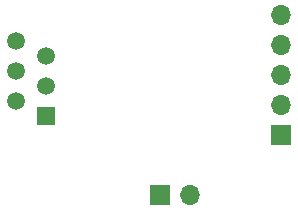
<source format=gbr>
G04 #@! TF.GenerationSoftware,KiCad,Pcbnew,(5.0.1)-3*
G04 #@! TF.CreationDate,2019-09-06T22:13:27-04:00*
G04 #@! TF.ProjectId,jebaoDosingAdapter,6A6562616F446F73696E674164617074,rev?*
G04 #@! TF.SameCoordinates,PX471b200PY51b5f80*
G04 #@! TF.FileFunction,Copper,L2,Bot,Signal*
G04 #@! TF.FilePolarity,Positive*
%FSLAX46Y46*%
G04 Gerber Fmt 4.6, Leading zero omitted, Abs format (unit mm)*
G04 Created by KiCad (PCBNEW (5.0.1)-3) date 9/6/2019 10:13:27 PM*
%MOMM*%
%LPD*%
G01*
G04 APERTURE LIST*
G04 #@! TA.AperFunction,ComponentPad*
%ADD10R,1.700000X1.700000*%
G04 #@! TD*
G04 #@! TA.AperFunction,ComponentPad*
%ADD11O,1.700000X1.700000*%
G04 #@! TD*
G04 #@! TA.AperFunction,ComponentPad*
%ADD12C,1.520000*%
G04 #@! TD*
G04 #@! TA.AperFunction,ComponentPad*
%ADD13R,1.520000X1.520000*%
G04 #@! TD*
G04 APERTURE END LIST*
D10*
G04 #@! TO.P,J1,1*
G04 #@! TO.N,Net-(J1-Pad1)*
X32190000Y8660000D03*
D11*
G04 #@! TO.P,J1,2*
G04 #@! TO.N,Net-(J1-Pad2)*
X32190000Y11200000D03*
G04 #@! TO.P,J1,3*
G04 #@! TO.N,Net-(J1-Pad3)*
X32190000Y13740000D03*
G04 #@! TO.P,J1,4*
G04 #@! TO.N,Net-(J1-Pad4)*
X32190000Y16280000D03*
G04 #@! TO.P,J1,5*
G04 #@! TO.N,GND*
X32190000Y18820000D03*
G04 #@! TD*
D10*
G04 #@! TO.P,J2,1*
G04 #@! TO.N,+12V*
X21930000Y3590000D03*
D11*
G04 #@! TO.P,J2,2*
G04 #@! TO.N,GND*
X24470000Y3590000D03*
G04 #@! TD*
D12*
G04 #@! TO.P,J3,6*
G04 #@! TO.N,+12V*
X9770000Y16610000D03*
G04 #@! TO.P,J3,5*
G04 #@! TO.N,Net-(J3-Pad5)*
X12310000Y15340000D03*
G04 #@! TO.P,J3,4*
G04 #@! TO.N,Net-(J3-Pad4)*
X9770000Y14070000D03*
G04 #@! TO.P,J3,3*
G04 #@! TO.N,Net-(J3-Pad3)*
X12310000Y12800000D03*
G04 #@! TO.P,J3,2*
G04 #@! TO.N,Net-(J3-Pad2)*
X9770000Y11530000D03*
D13*
G04 #@! TO.P,J3,1*
G04 #@! TO.N,+12V*
X12310000Y10260000D03*
G04 #@! TD*
M02*

</source>
